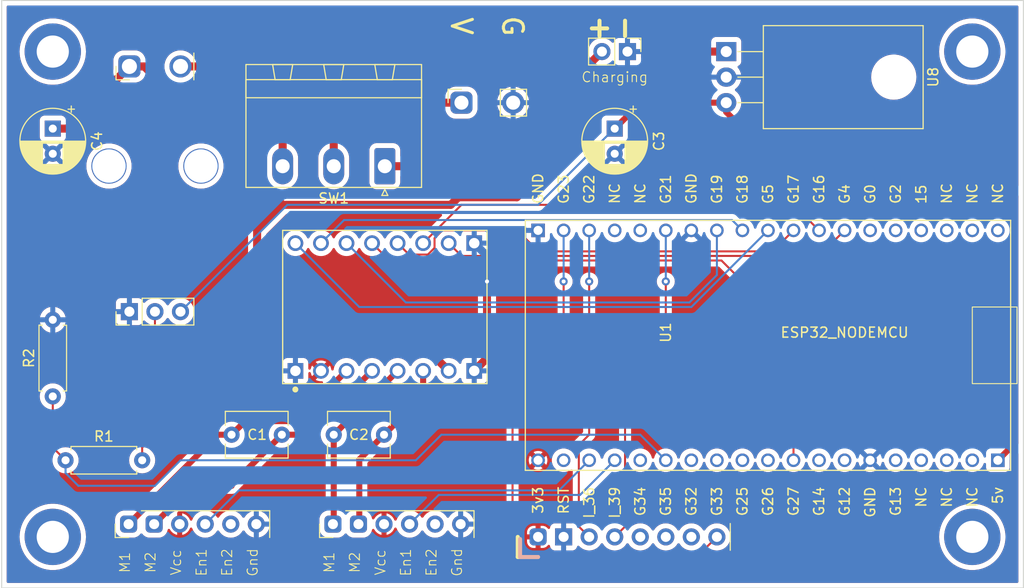
<source format=kicad_pcb>
(kicad_pcb (version 20221018) (generator pcbnew)
  (layers (0 "F.Cu" jumper) (31 "B.Cu" mixed) (36 "B.SilkS" user "B.Silkscreen") (37 "F.SilkS" user "F.Silkscreen") (38 "B.Mask" user) (39 "F.Mask" user) (44 "Edge.Cuts" user))
  (net 0 "")
  (net 1 "Net-(TB1-AO1)")
  (net 2 "Net-(TB1-AO2)")
  (net 3 "Net-(TB1-BO1)")
  (net 4 "Net-(TB1-BO2)")
  (net 5 "+3.3V")
  (net 6 "0")
  (net 7 "+BATT")
  (net 8 "Rmotor-PWM")
  (net 9 "Rmotor-2")
  (net 10 "Rmotor-1")
  (net 11 "Lmotor-1")
  (net 12 "Lmotor-2")
  (net 13 "Lmotor-PWM")
  (net 14 "MPU-INT")
  (net 16 "MPU-SCL")
  (net 17 "MPU-SDA")
  (net 18 "LED-Internal")
  (net 20 "CurrentMeas")
  (net 25 "Net-(U7-Ival)")
  (net 28 "+5V")
  (net 37 "RPM-Right")
  (net 39 "RPM-Left")
  (net 47 "MotorENABLE")
  (net 48 "Net-(SW1-A)")
  (net 49 "Net-(SW1-B)")
  (net 50 "Net-(SW1-C)")
  (footprint "Package_TO_SOT_THT:TO-220-3_Horizontal_TabDown" (layer "F.Cu") (at 173.65 73.66 -90)
    (fp_text reference "U8" (at 2.54 -20.58 90) (layer "F.SilkS"))
    (fp_text value "L7805")
    (pad "" np_thru_hole oval (at 2.54 -16.66 270) (size 3.5 3.5) (drill 3.5) (layers "*.Cu" "*.Mask"))
    (pad "1" thru_hole rect (at 0 0 270) (size 1.905 2) (drill 1.1) (layers "*.Cu" "*.Mask") (net 7 "+BATT"))
    (pad "2" thru_hole oval (at 2.54 0 270) (size 1.905 2) (drill 1.1) (layers "*.Cu" "*.Mask") (net 6 "0"))
    (pad "3" thru_hole oval (at 5.08 0 270) (size 1.905 2) (drill 1.1) (layers "*.Cu" "*.Mask") (net 28 "+5V"))
  )
  (footprint "MountingHole:MountingHole_3.2mm_M3_DIN965_Pad_TopBottom" (layer "F.Cu") (at 106.68 121.92)
    (fp_text reference "H2" hide)
    (fp_text value "MountingHole")
    (pad "1" thru_hole circle (at 0 0) (size 3.6 3.6) (drill 3.2) (layers "*.Cu" "*.Mask"))
    (pad "1" connect circle (at 0 0) (size 5.6 5.6) (layers "F.Cu" "F.Mask"))
    (pad "1" connect circle (at 0 0) (size 5.6 5.6) (layers "B.Cu" "B.Mask"))
  )
  (footprint "0_Footprints:ChargingConnector" (layer "F.Cu") (at 162.56 73.66 -90)
    (fp_text reference "ChargingConnector1" hide)
    (fp_text value "~" hide)
    (fp_text user "-" (at -3.81 0 -90 unlocked) (layer "F.SilkS") (effects (font (size 2 2) (thickness 0.4) bold) (justify left bottom)))
    (fp_text user "Charging" (at 2.54 0 unlocked) (layer "F.SilkS") (effects (font (thickness 0.1))))
    (fp_text user "+" (at -3.81 2.54 -90 unlocked) (layer "F.SilkS") (effects (font (size 2 2) (thickness 0.4) bold) (justify left bottom)))
    (pad "GND" thru_hole rect (at 0 -1.27 270) (size 1.7 1.7) (drill 1) (layers "*.Cu" "*.Mask") (net 6 "0"))
    (pad "Vbatt" thru_hole oval (at 0 1.27 270) (size 1.7 1.7) (drill 1) (layers "*.Cu" "*.Mask") (net 48 "Net-(SW1-A)"))
  )
  (footprint "Capacitor_THT:CP_Radial_D6.3mm_P2.50mm" (layer "F.Cu") (at 106.68 81.32 -90)
    (fp_text reference "C4" (at 1.25 -4.4 90) (layer "F.SilkS"))
    (fp_text value "C")
    (pad "1" thru_hole rect (at 0 0 270) (size 1.6 1.6) (drill 0.8) (layers "*.Cu" "*.Mask") (net 7 "+BATT"))
    (pad "2" thru_hole circle (at 2.5 0 270) (size 1.6 1.6) (drill 0.8) (layers "*.Cu" "*.Mask") (net 6 "0"))
  )
  (footprint "MountingHole:MountingHole_3.2mm_M3_DIN965_Pad_TopBottom" (layer "F.Cu") (at 198.12 73.66)
    (fp_text reference "H3" hide)
    (fp_text value "MountingHole")
    (pad "1" thru_hole circle (at 0 0) (size 3.6 3.6) (drill 3.2) (layers "*.Cu" "*.Mask"))
    (pad "1" connect circle (at 0 0) (size 5.6 5.6) (layers "F.Cu" "F.Mask"))
    (pad "1" connect circle (at 0 0) (size 5.6 5.6) (layers "B.Cu" "B.Mask"))
  )
  (footprint "0_Footprints:V-TecMotorHeader" (layer "F.Cu") (at 141.2075 119.38 90)
    (fp_text reference "U4" hide)
    (fp_text value "~")
    (fp_text user "Vcc" (at -5.08 -2.54 90 unlocked) (layer "F.SilkS") (effects (font (thickness 0.1)) (justify top)))
    (fp_text user "M1" (at -5.08 -7.62 90 unlocked) (layer "F.SilkS") (effects (font (thickness 0.1)) (justify top)))
    (fp_text user "Gnd" (at -5.08 5.08 90 unlocked) (layer "F.SilkS") (effects (font (thickness 0.1)) (justify top)))
    (fp_text user "M2" (at -5.08 -5.08 90 unlocked) (layer "F.SilkS") (effects (font (thickness 0.1)) (justify top)))
    (fp_text user "En1" (at -5.08 0 90 unlocked) (layer "F.SilkS") (effects (font (thickness 0.1)) (justify top)))
    (fp_text user "En2" (at -5.08 2.54 90 unlocked) (layer "F.SilkS") (effects (font (thickness 0.1)) (justify top)))
    (pad "1" thru_hole roundrect (at -1.27 -6.6675 90) (size 1.7 1.7) (drill 1) (layers "*.Cu" "*.Mask") (net 4 "Net-(TB1-BO2)"))
    (pad "2" thru_hole roundrect (at -1.27 -4.1275 90) (size 1.7 1.7) (drill 1) (layers "*.Cu" "*.Mask") (net 3 "Net-(TB1-BO1)"))
    (pad "3" thru_hole oval (at -1.27 -1.5875 90) (size 1.7 1.7) (drill 1) (layers "*.Cu" "*.Mask") (net 5 "+3.3V"))
    (pad "4" thru_hole oval (at -1.27 0.9525 90) (size 1.7 1.7) (drill 1) (layers "*.Cu" "*.Mask") (net 37 "RPM-Right"))
    (pad "5" thru_hole oval (at -1.27 3.4925 90) (size 1.7 1.7) (drill 1) (layers "*.Cu" "*.Mask"))
    (pad "6" thru_hole oval (at -1.27 6.0325 90) (size 1.7 1.7) (drill 1) (layers "*.Cu" "*.Mask") (net 6 "0"))
  )
  (footprint "0_Footprints:CurrentMeter" (layer "F.Cu") (at 116.84 99.52)
    (fp_text reference "U7" hide)
    (fp_text value "~" hide)
    (pad "" thru_hole oval (at -4.572 -14.478 90) (size 3.5 3.5) (drill 3.3) (layers "*.Cu" "*.Mask"))
    (pad "" thru_hole oval (at 4.572 -14.478 90) (size 3.5 3.5) (drill 3.3) (layers "*.Cu" "*.Mask"))
    (pad "1" thru_hole rect (at -2.54 0 90) (size 1.7 1.7) (drill 1) (layers "*.Cu" "*.Mask") (net 6 "0"))
    (pad "2" thru_hole oval (at 0 0 90) (size 1.7 1.7) (drill 1) (layers "*.Cu" "*.Mask") (net 25 "Net-(U7-Ival)"))
    (pad "3" thru_hole oval (at 2.54 0 90) (size 1.7 1.7) (drill 1) (layers "*.Cu" "*.Mask") (net 28 "+5V"))
    (pad "p1" thru_hole oval (at 2.54 -24.384 90) (size 2.2 2.2) (drill 1.5) (layers "*.Cu" "*.Mask") (net 50 "Net-(SW1-C)"))
    (pad "p2" thru_hole roundrect (at -2.54 -24.384 90) (size 2.2 2.2) (drill 1.5) (layers "*.Cu" "*.Mask") (net 7 "+BATT"))
  )
  (footprint "0_Footprints:SHIELD_POLOLU-713" (layer "F.Cu") (at 139.7 99.06 90)
    (fp_text reference "TB1" hide)
    (fp_text value "POLOLU-713")
    (pad "1" thru_hole rect (at -6.35 -8.89 90) (size 1.56 1.56) (drill 1.04) (layers "*.Cu" "*.Mask") (net 6 "0"))
    (pad "2" thru_hole circle (at -6.35 -6.35 90) (size 1.56 1.56) (drill 1.04) (layers "*.Cu" "*.Mask") (net 5 "+3.3V"))
    (pad "3" thru_hole circle (at -6.35 -3.81 90) (size 1.56 1.56) (drill 1.04) (layers "*.Cu" "*.Mask") (net 1 "Net-(TB1-AO1)"))
    (pad "4" thru_hole circle (at -6.35 -1.27 90) (size 1.56 1.56) (drill 1.04) (layers "*.Cu" "*.Mask") (net 2 "Net-(TB1-AO2)"))
    (pad "5" thru_hole circle (at -6.35 1.27 90) (size 1.56 1.56) (drill 1.04) (layers "*.Cu" "*.Mask") (net 4 "Net-(TB1-BO2)"))
    (pad "6" thru_hole circle (at -6.35 3.81 90) (size 1.56 1.56) (drill 1.04) (layers "*.Cu" "*.Mask") (net 3 "Net-(TB1-BO1)"))
    (pad "7" thru_hole circle (at -6.35 6.35 90) (size 1.56 1.56) (drill 1.04) (layers "*.Cu" "*.Mask") (net 7 "+BATT"))
    (pad "8" thru_hole rect (at -6.35 8.89 90) (size 1.56 1.56) (drill 1.04) (layers "*.Cu" "*.Mask") (net 6 "0"))
    (pad "9" thru_hole rect (at 6.35 8.89 90) (size 1.56 1.56) (drill 1.04) (layers "*.Cu" "*.Mask") (net 6 "0"))
    (pad "10" thru_hole circle (at 6.35 6.35 90) (size 1.56 1.56) (drill 1.04) (layers "*.Cu" "*.Mask") (net 8 "Rmotor-PWM"))
    (pad "11" thru_hole circle (at 6.35 3.81 90) (size 1.56 1.56) (drill 1.04) (layers "*.Cu" "*.Mask") (net 9 "Rmotor-2"))
    (pad "12" thru_hole circle (at 6.35 1.27 90) (size 1.56 1.56) (drill 1.04) (layers "*.Cu" "*.Mask") (net 10 "Rmotor-1"))
    (pad "13" thru_hole circle (at 6.35 -1.27 90) (size 1.56 1.56) (drill 1.04) (layers "*.Cu" "*.Mask") (net 47 "MotorENABLE"))
    (pad "14" thru_hole circle (at 6.35 -3.81 90) (size 1.56 1.56) (drill 1.04) (layers "*.Cu" "*.Mask") (net 11 "Lmotor-1"))
    (pad "15" thru_hole circle (at 6.35 -6.35 90) (size 1.56 1.56) (drill 1.04) (layers "*.Cu" "*.Mask") (net 12 "Lmotor-2"))
    (pad "16" thru_hole circle (at 6.35 -8.89 90) (size 1.56 1.56) (drill 1.04) (layers "*.Cu" "*.Mask") (net 13 "Lmotor-PWM"))
  )
  (footprint "Capacitor_THT:C_Disc_D6.0mm_W4.4mm_P5.00mm" (layer "F.Cu") (at 124.46 111.76)
    (fp_text reference "C1" (at 2.54 0) (layer "F.SilkS"))
    (fp_text value "1uF")
    (pad "1" thru_hole circle (at 0 0) (size 1.6 1.6) (drill 0.8) (layers "*.Cu" "*.Mask") (net 1 "Net-(TB1-AO1)"))
    (pad "2" thru_hole circle (at 5 0) (size 1.6 1.6) (drill 0.8) (layers "*.Cu" "*.Mask") (net 2 "Net-(TB1-AO2)"))
  )
  (footprint "MountingHole:MountingHole_3.2mm_M3_DIN965_Pad_TopBottom" (layer "F.Cu") (at 198.12 121.92)
    (fp_text reference "H4" hide)
    (fp_text value "MountingHole")
    (pad "1" thru_hole circle (at 0 0) (size 3.6 3.6) (drill 3.2) (layers "*.Cu" "*.Mask"))
    (pad "1" connect circle (at 0 0) (size 5.6 5.6) (layers "F.Cu" "F.Mask"))
    (pad "1" connect circle (at 0 0) (size 5.6 5.6) (layers "B.Cu" "B.Mask"))
  )
  (footprint "Connector_Phoenix_MSTB:PhoenixContact_MSTBA_2,5_3-G-5,08_1x03_P5.08mm_Horizontal" (layer "F.Cu") (at 139.7 85.0575 180)
    (fp_text reference "SW1" (at 5.08 -3.2) (layer "F.SilkS"))
    (fp_text value "Charging Switch")
    (pad "1" thru_hole roundrect (at 0 0 180) (size 2.08 3.6) (drill 1.4) (layers "*.Cu" "*.Mask") (roundrect_rratio 0.1201918269) (net 48 "Net-(SW1-A)"))
    (pad "2" thru_hole oval (at 5.08 0 180) (size 2.08 3.6) (drill 1.4) (layers "*.Cu" "*.Mask") (net 49 "Net-(SW1-B)"))
    (pad "3" thru_hole oval (at 10.16 0 180) (size 2.08 3.6) (drill 1.4) (layers "*.Cu" "*.Mask") (net 50 "Net-(SW1-C)"))
  )
  (footprint "Capacitor_THT:C_Disc_D6.0mm_W4.4mm_P5.00mm" (layer "F.Cu") (at 134.62 111.76)
    (fp_text reference "C2" (at 2.5 0) (layer "F.SilkS"))
    (fp_text value "1uF")
    (pad "1" thru_hole circle (at 0 0) (size 1.6 1.6) (drill 0.8) (layers "*.Cu" "*.Mask") (net 4 "Net-(TB1-BO2)"))
    (pad "2" thru_hole circle (at 5 0) (size 1.6 1.6) (drill 0.8) (layers "*.Cu" "*.Mask") (net 3 "Net-(TB1-BO1)"))
  )
  (footprint "0_Footprints:V-TecMotorHeader" (layer "F.Cu") (at 120.8875 119.38 90)
    (fp_text reference "U3" hide)
    (fp_text value "~")
    (fp_text user "Vcc" (at -5.08 -2.54 90 unlocked) (layer "F.SilkS") (effects (font (thickness 0.1)) (justify top)))
    (fp_text user "Gnd" (at -5.08 5.08 90 unlocked) (layer "F.SilkS") (effects (font (thickness 0.1)) (justify top)))
    (fp_text user "En1" (at -5.08 0 90 unlocked) (layer "F.SilkS") (effects (font (thickness 0.1)) (justify top)))
    (fp_text user "En2" (at -5.08 2.54 90 unlocked) (layer "F.SilkS") (effects (font (thickness 0.1)) (justify top)))
    (fp_text user "M1" (at -5.08 -7.62 90 unlocked) (layer "F.SilkS") (effects (font (thickness 0.1)) (justify top)))
    (fp_text user "M2" (at -5.08 -5.08 90 unlocked) (layer "F.SilkS") (effects (font (thickness 0.1)) (justify top)))
    (pad "1" thru_hole roundrect (at -1.27 -6.6675 90) (size 1.7 1.7) (drill 1) (layers "*.Cu" "*.Mask") (net 1 "Net-(TB1-AO1)"))
    (pad "2" thru_hole roundrect (at -1.27 -4.1275 90) (size 1.7 1.7) (drill 1) (layers "*.Cu" "*.Mask") (net 2 "Net-(TB1-AO2)"))
    (pad "3" thru_hole oval (at -1.27 -1.5875 90) (size 1.7 1.7) (drill 1) (layers "*.Cu" "*.Mask") (net 5 "+3.3V"))
    (pad "4" thru_hole oval (at -1.27 0.9525 90) (size 1.7 1.7) (drill 1) (layers "*.Cu" "*.Mask") (net 39 "RPM-Left"))
    (pad "5" thru_hole oval (at -1.27 3.4925 90) (size 1.7 1.7) (drill 1) (layers "*.Cu" "*.Mask"))
    (pad "6" thru_hole oval (at -1.27 6.0325 90) (size 1.7 1.7) (drill 1) (layers "*.Cu" "*.Mask") (net 6 "0"))
  )
  (footprint "0_Footprints:MPU-6050-External" (layer "F.Cu") (at 172.72 121.92 -90)
    (fp_text reference "U6" hide)
    (fp_text value "~" hide)
    (pad "ADO" thru_hole oval (at 0 2.54 90) (size 1.7 1.7) (drill 1) (layers "*.Cu" "*.Mask"))
    (pad "GND" thru_hole rect (at 0 15.24 90) (size 1.7 1.7) (drill 1) (layers "*.Cu" "*.Mask") (net 6 "0"))
    (pad "INT" thru_hole oval (at 0 0 90) (size 1.7 1.7) (drill 1) (layers "*.Cu" "*.Mask") (net 14 "MPU-INT"))
    (pad "SCL" thru_hole oval (at 0 12.7 90) (size 1.7 1.7) (drill 1) (layers "*.Cu" "*.Mask") (net 16 "MPU-SCL"))
    (pad "SDA" thru_hole oval (at 0 10.16 90) (size 1.7 1.7) (drill 1) (layers "*.Cu" "*.Mask") (net 17 "MPU-SDA"))
    (pad "VCC" thru_hole roundrect (at 0 17.78 90) (size 1.7 1.7) (drill 1) (layers "*.Cu" "*.Mask") (net 5 "+3.3V"))
    (pad "XCL" thru_hole oval (at 0 5.08 90) (size 1.7 1.7) (drill 1) (layers "*.Cu" "*.Mask"))
    (pad "XDA" thru_hole oval (at 0 7.62 90) (size 1.7 1.7) (drill 1) (layers "*.Cu" "*.Mask"))
  )
  (footprint "MountingHole:MountingHole_3.2mm_M3_DIN965_Pad_TopBottom" (layer "F.Cu") (at 106.68 73.66)
    (fp_text reference "H1" hide)
    (fp_text value "MountingHole")
    (pad "1" thru_hole circle (at 0 0) (size 3.6 3.6) (drill 3.2) (layers "*.Cu" "*.Mask"))
    (pad "1" connect circle (at 0 0) (size 5.6 5.6) (layers "F.Cu" "F.Mask"))
    (pad "1" connect circle (at 0 0) (size 5.6 5.6) (layers "B.Cu" "B.Mask"))
  )
  (footprint "0_Footprints:MODULE_ESP32_NODEMCU" (layer "F.Cu") (at 177.8 102.87 90)
    (fp_text reference "U1" (at 1.27 -10.16 90) (layer "F.SilkS"))
    (fp_text value "ESP32_NODEMCU" (at 1.27 7.62) (layer "F.SilkS"))
    (fp_text user " NC" (at -13.97 17.78 90 unlocked) (layer "F.SilkS") (effects (justify right)))
    (fp_text user "GND" (at 13.97 -22.86 90 unlocked) (layer "F.SilkS") (effects (justify left)))
    (fp_text user " NC" (at -13.97 15.24 90 unlocked) (layer "F.SilkS") (effects (justify right)))
    (fp_text user "NC" (at 13.97 -15.24 90 unlocked) (layer "F.SilkS") (effects (justify left)))
    (fp_text user " G27" (at -13.97 2.54 90 unlocked) (layer "F.SilkS") (effects (justify right)))
    (fp_text user "NC" (at 13.97 20.32 90 unlocked) (layer "F.SilkS") (effects (justify left)))
    (fp_text user " I_39" (at -13.97 -15.24 90 unlocked) (layer "F.SilkS") (effects (justify right)))
    (fp_text user "G16" (at 13.97 5.08 90 unlocked) (layer "F.SilkS") (effects (justify left)))
    (fp_text user "G17" (at 13.97 2.54 90 unlocked) (layer "F.SilkS") (effects (justify left)))
    (fp_text user "G5" (at 13.97 0 90 unlocked) (layer "F.SilkS") (effects (justify left)))
    (fp_text user "G12" (at -13.97 7.62 90 unlocked) (layer "F.SilkS") (effects (justify right)))
    (fp_text user "15" (at 13.97 15.24 90 unlocked) (layer "F.SilkS") (effects (justify left)))
    (fp_text user "NC" (at 13.97 17.78 90 unlocked) (layer "F.SilkS") (effects (justify left)))
    (fp_text user " G25" (at -13.97 -2.54 90 unlocked) (layer "F.SilkS") (effects (justify right)))
    (fp_text user " GND" (at -13.97 10.16 90 unlocked) (layer "F.SilkS") (effects (justify right)))
    (fp_text user "G23" (at 13.97 -20.32 90 unlocked) (layer "F.SilkS") (effects (justify left)))
    (fp_text user "G19" (at 13.97 -5.08 90 unlocked) (layer "F.SilkS") (effects (justify left)))
    (fp_text user "G4" (at 13.97 7.62 90 unlocked) (layer "F.SilkS") (effects (justify left)))
    (fp_text user " G32" (at -13.97 -7.62 90 unlocked) (layer "F.SilkS") (effects (justify right)))
    (fp_text user "RST" (at -13.97 -20.32 90 unlocked) (layer "F.SilkS") (effects (justify right)))
    (fp_text user "GND" (at 13.97 -7.62 90 unlocked) (layer "F.SilkS") (effects (justify left)))
    (fp_text user "NC" (at 13.97 22.86 90 unlocked) (layer "F.SilkS") (effects (justify left)))
    (fp_text user " G26" (at -13.97 0 90 unlocked) (layer "F.SilkS") (effects (justify right)))
    (fp_text user "NC" (at 13.97 -12.7 90 unlocked) (layer "F.SilkS") (effects (justify left)))
    (fp_text user " 5v" (at -13.97 22.86 90 unlocked) (layer "F.SilkS") (effects (justify right)))
    (fp_text user " G33" (at -13.97 -5.08 90 unlocked) (layer "F.SilkS") (effects (justify right)))
    (fp_text user "G0" (at 13.97 10.16 90 unlocked) (layer "F.SilkS") (effects (justify left)))
    (fp_text user " NC" (at -13.97 20.32 90 unlocked) (layer "F.SilkS") (effects (justify right)))
    (fp_text user "3v3" (at -13.97 -22.86 90 unlocked) (layer "F.SilkS") (effects (justify right)))
    (fp_text user "G18" (at 13.97 -2.54 90 unlocked) (layer "F.SilkS") (effects (justify left)))
    (fp_text user " I_36" (at -13.97 -17.78 90 unlocked) (layer "F.SilkS") (effects (justify right)))
    (fp_text user "G22" (at 13.97 -17.78 90 unlocked) (layer "F.SilkS") (effects (justify left)))
    (fp_text user "G2" (at 13.97 12.7 90 unlocked) (layer "F.SilkS") (effects (justify left)))
    (fp_text user " G14" (at -13.97 5.08 90 unlocked) (layer "F.SilkS") (effects (justify right)))
    (fp_text user "G34" (at -13.97 -12.7 90 unlocked) (layer "F.SilkS") (effects (justify right)))
    (fp_text user "G13" (at -13.97 12.7 90 unlocked) (layer "F.SilkS") (effects (justify right)))
    (fp_text user "G21" (at 13.97 -10.16 90 unlocked) (layer "F.SilkS") (effects (justify left)))
    (fp_text user "G35" (at -13.97 -10.16 90 unlocked) (layer "F.SilkS") (effects (justify right)))
    (pad "J4_1" thru_hole rect (at 11.43 -22.86 90) (size 1.35 1.35) (drill 0.9) (layers "*.Cu" "*.Mask") (net 6 "0"))
    (pad "J4_2" thru_hole circle (at 11.43 -20.32 90) (size 1.35 1.35) (drill 0.9) (layers "*.Cu" "*.Mask") (net 14 "MPU-INT"))
    (pad "J4_3" thru_hole circle (at 11.43 -17.78 90) (size 1.35 1.35) (drill 0.9) (layers "*.Cu" "*.Mask") (net 16 "MPU-SCL"))
    (pad "J4_4" thru_hole circle (at 11.43 -15.24 90) (size 1.35 1.35) (drill 0.9) (layers "*.Cu" "*.Mask"))
    (pad "J4_5" thru_hole circle (at 11.43 -12.7 90) (size 1.35 1.35) (drill 0.9) (layers "*.Cu" "*.Mask"))
    (pad "J4_6" thru_hole circle (at 11.43 -10.16 90) (size 1.35 1.35) (drill 0.9) (layers "*.Cu" "*.Mask") (net 17 "MPU-SDA"))
    (pad "J4_7" thru_hole circle (at 11.43 -7.62 90) (size 1.35 1.35) (drill 0.9) (layers "*.Cu" "*.Mask") (net 6 "0"))
    (pad "J4_8" thru_hole circle (at 11.43 -5.08 90) (size 1.35 1.35) (drill 0.9) (layers "*.Cu" "*.Mask") (net 11 "Lmotor-1"))
    (pad "J4_9" thru_hole circle (at 11.43 -2.54 90) (size 1.35 1.35) (drill 0.9) (layers "*.Cu" "*.Mask") (net 12 "Lmotor-2"))
    (pad "J4_10" thru_hole circle (at 11.43 0 90) (size 1.35 1.35) (drill 0.9) (layers "*.Cu" "*.Mask") (net 13 "Lmotor-PWM"))
    (pad "J4_11" thru_hole circle (at 11.43 2.54 90) (size 1.35 1.35) (drill 0.9) (layers "*.Cu" "*.Mask") (net 10 "Rmotor-1"))
    (pad "J4_12" thru_hole circle (at 11.43 5.08 90) (size 1.35 1.35) (drill 0.9) (layers "*.Cu" "*.Mask") (net 9 "Rmotor-2"))
    (pad "J4_13" thru_hole circle (at 11.43 7.62 90) (size 1.35 1.35) (drill 0.9) (layers "*.Cu" "*.Mask") (net 8 "Rmotor-PWM"))
    (pad "J4_14" thru_hole circle (at 11.43 10.16 90) (size 1.35 1.35) (drill 0.9) (layers "*.Cu" "*.Mask"))
    (pad "J4_15" thru_hole circle (at 11.43 12.7 90) (size 1.35 1.35) (drill 0.9) (layers "*.Cu" "*.Mask") (net 18 "LED-Internal"))
    (pad "J4_16" thru_hole circle (at 11.43 15.24 90) (size 1.35 1.35) (drill 0.9) (layers "*.Cu" "*.Mask"))
    (pad "J4_17" thru_hole circle (at 11.43 17.78 90) (size 1.35 1.35) (drill 0.9) (layers "*.Cu" "*.Mask"))
    (pad "J4_18" thru_hole circle (at 11.43 20.32 90) (size 1.35 1.35) (drill 0.9) (layers "*.Cu" "*.Mask"))
    (pad "J4_19" thru_hole circle (at 11.43 22.86 90) (size 1.35 1.35) (drill 0.9) (layers "*.Cu" "*.Mask"))
    (pad "J5_1" thru_hole rect (at -11.43 22.86 90) (size 1.35 1.35) (drill 0.9) (layers "*.Cu" "*.Mask") (net 28 "+5V"))
    (pad "J5_2" thru_hole circle (at -11.43 20.32 90) (size 1.35 1.35) (drill 0.9) (layers "*.Cu" "*.Mask"))
    (pad "J5_3" thru_hole circle (at -11.43 17.78 90) (size 1.35 1.35) (drill 0.9) (layers "*.Cu" "*.Mask"))
    (pad "J5_4" thru_hole circle (at -11.43 15.24 90) (size 1.35 1.35) (drill 0.9) (layers "*.Cu" "*.Mask"))
    (pad "J5_5" thru_hole circle (at -11.43 12.7 90) (size 1.35 1.35) (drill 0.9) (layers "*.Cu" "*.Mask"))
    (pad "J5_6" thru_hole circle (at -11.43 10.16 90) (size 1.35 1.35) (drill 0.9) (layers "*.Cu" "*.Mask") (net 6 "0"))
    (pad "J5_7" thru_hole circle (at -11.43 7.62 90) (size 1.35 1.35) (drill 0.9) (layers "*.Cu" "*.Mask"))
    (pad "J5_8" thru_hole circle (at -11.43 5.08 90) (size 1.35 1.35) (drill 0.9) (layers "*.Cu" "*.Mask"))
    (pad "J5_9" thru_hole circle (at -11.43 2.54 90) (size 1.35 1.35) (drill 0.9) (layers "*.Cu" "*.Mask") (net 47 "MotorENABLE"))
    (pad "J5_10" thru_hole circle (at -11.43 0 90) (size 1.35 1.35) (drill 0.9) (layers "*.Cu" "*.Mask"))
    (pad "J5_11" thru_hole circle (at -11.43 -2.54 90) (size 1.35 1.35) (drill 0.9) (layers "*.Cu" "*.Mask"))
    (pad "J5_12" thru_hole circle (at -11.43 -5.08 90) (size 1.35 1.35) (drill 0.9) (layers "*.Cu" "*.Mask"))
    (pad "J5_13" thru_hole circle (at -11.43 -7.62 90) (size 1.35 1.35) (drill 0.9) (layers "*.Cu" "*.Mask"))
    (pad "J5_14" thru_hole circle (at -11.43 -10.16 90) (size 1.35 1.35) (drill 0.9) (layers "*.Cu" "*.Mask") (net 20 "CurrentMeas"))
    (pad "J5_15" thru_hole circle (at -11.43 -12.7 90) (size 1.35 1.35) (drill 0.9) (layers "*.Cu" "*.Mask"))
    (pad "J5_16" thru_hole circle (at -11.43 -15.24 90) (size 1.35 1.35) (drill 0.9) (layers "*.Cu" "*.Mask") (net 37 "RPM-Right"))
    (pad "J5_17" thru_hole circle (at -11.43 -17.78 90) (size 1.35 1.35) (drill 0.9) (layers "*.Cu" "*.Mask") (net 39 "RPM-Left"))
    (pad "J5_18" thru_hole circle (at -11.43 -20.32 90) (size 1.35 1.35) (drill 0.9) (layers "*.Cu" "*.Mask"))
    (pad "J5_19" thru_hole circle (at -11.43 -22.86 90) (size 1.35 1.35) (drill 0.9) (layers "*.Cu" "*.Mask") (net 5 "+3.3V"))
  )
  (footprint "Resistor_THT:R_Axial_DIN0207_L6.3mm_D2.5mm_P7.62mm_Horizontal" (layer "F.Cu") (at 107.95 114.3)
    (fp_text reference "R1" (at 3.81 -2.37) (layer "F.SilkS"))
    (fp_text value "10k")
    (pad "1" thru_hole circle (at 0 0) (size 1.6 1.6) (drill 0.8) (layers "*.Cu" "*.Mask") (net 20 "CurrentMeas"))
    (pad "2" thru_hole oval (at 7.62 0) (size 1.6 1.6) (drill 0.8) (layers "*.Cu" "*.Mask") (net 25 "Net-(U7-Ival)"))
  )
  (footprint "Capacitor_THT:CP_Radial_D6.3mm_P2.50mm" (layer "F.Cu") (at 162.56 81.32 -90)
    (fp_text reference "C3" (at 1.25 -4.4 -270) (layer "F.SilkS"))
    (fp_text value "C")
    (pad "1" thru_hole rect (at 0 0 270) (size 1.6 1.6) (drill 0.8) (layers "*.Cu" "*.Mask") (net 28 "+5V"))
    (pad "2" thru_hole circle (at 2.5 0 270) (size 1.6 1.6) (drill 0.8) (layers "*.Cu" "*.Mask") (net 6 "0"))
  )
  (footprint "0_Footprints:BatteryConnector" (layer "F.Cu") (at 147.32 78.74 -90)
    (fp_text reference "U5" hide)
    (fp_text value "~")
    (fp_text user "G" (at -7.62 -5.08 -90 unlocked) (layer "F.SilkS") (effects (font (size 2 2) (thickness 0.3))))
    (fp_text user "V" (at -7.62 0 -90 unlocked) (layer "F.SilkS") (effects (font (size 2 2) (thickness 0.3))))
    (pad "GND" thru_hole oval (at 0 -5.14 270) (size 2.2 2.2) (drill 1.4) (layers "*.Cu" "*.Mask") (net 6 "0"))
    (pad "Vbatt" thru_hole roundrect (at 0 0 270) (size 2.2 2.2) (drill 1.4) (layers "*.Cu" "*.Mask") (net 49 "Net-(SW1-B)"))
  )
  (footprint "Resistor_THT:R_Axial_DIN0207_L6.3mm_D2.5mm_P7.62mm_Horizontal" (layer "F.Cu") (at 106.68 107.95 90)
    (fp_text reference "R2" (at 3.81 -2.37 90) (layer "F.SilkS"))
    (fp_text value "20k")
    (pad "1" thru_hole circle (at 0 0 90) (size 1.6 1.6) (drill 0.8) (layers "*.Cu" "*.Mask") (net 20 "CurrentMeas"))
    (pad "2" thru_hole oval (at 7.62 0 90) (size 1.6 1.6) (drill 0.8) (layers "*.Cu" "*.Mask") (net 6 "0"))
  )
  (gr_rect (start 101.6 68.58) (end 203.2 127) (stroke (width 0.1)) (fill none) (layer "Edge.Cuts"))
  (segment (start 125.814 110.406) (end 124.46 111.76) (width 0.6) (layer "F.Cu") (net 1))
  (segment (start 114.22 120.65) (end 123.11 111.76) (width 0.6) (layer "F.Cu") (net 1))
  (segment (start 135.89 105.41) (end 130.894 110.406) (width 0.6) (layer "F.Cu") (net 1))
  (segment (start 123.11 111.76) (end 124.46 111.76) (width 0.6) (layer "F.Cu") (net 1))
  (segment (start 130.894 110.406) (end 125.814 110.406) (width 0.6) (layer "F.Cu") (net 1))
  (segment (start 138.43 105.41) (end 132.08 111.76) (width 0.6) (layer "F.Cu") (net 2))
  (segment (start 124.46 116.84) (end 120.57 116.84) (width 0.6) (layer "F.Cu") (net 2))
  (segment (start 132.08 111.76) (end 129.46 111.76) (width 0.6) (layer "F.Cu") (net 2))
  (segment (start 124.46 116.76) (end 124.46 116.84) (width 0.6) (layer "F.Cu") (net 2))
  (segment (start 129.46 111.76) (end 124.46 116.76) (width 0.6) (layer "F.Cu") (net 2))
  (segment (start 120.57 116.84) (end 116.76 120.65) (width 0.6) (layer "F.Cu") (net 2))
  (segment (start 143.51 107.87) (end 139.62 111.76) (width 0.6) (layer "F.Cu") (net 3))
  (segment (start 137.16 120.57) (end 137.08 120.65) (width 0.6) (layer "F.Cu") (net 3))
  (segment (start 137.16 114.22) (end 137.16 120.57) (width 0.6) (layer "F.Cu") (net 3))
  (segment (start 143.51 105.41) (end 143.51 107.87) (width 0.6) (layer "F.Cu") (net 3))
  (segment (start 139.62 111.76) (end 137.16 114.22) (width 0.6) (layer "F.Cu") (net 3))
  (segment (start 140.97 105.41) (end 134.62 111.76) (width 0.6) (layer "F.Cu") (net 4))
  (segment (start 134.62 111.76) (end 134.62 120.57) (width 0.6) (layer "F.Cu") (net 4))
  (segment (start 134.62 120.57) (end 134.54 120.65) (width 0.6) (layer "F.Cu") (net 4))
  (segment (start 149.86 104.14) (end 149.86 96.52) (width 0.8) (layer "F.Cu") (net 6))
  (segment (start 148.59 105.41) (end 149.86 104.14) (width 0.8) (layer "F.Cu") (net 6))
  (via (at 149.86 96.52) (size 0.8) (drill 0.4) (layers "F.Cu" "B.Cu") (net 6))
  (segment (start 149.86 96.52) (end 149.86 93.98) (width 0.8) (layer "B.Cu") (net 6))
  (segment (start 149.86 93.98) (end 148.59 92.71) (width 0.8) (layer "B.Cu") (net 6))
  (segment (start 167.312 73.66) (end 152.826 88.146) (width 0.8) (layer "F.Cu") (net 7))
  (segment (start 146.253682 88.9) (end 129.54 88.9) (width 0.8) (layer "F.Cu") (net 7))
  (segment (start 173.65 73.66) (end 167.312 73.66) (width 0.8) (layer "F.Cu") (net 7))
  (segment (start 132.08 101.6) (end 127 96.52) (width 0.8) (layer "F.Cu") (net 7))
  (segment (start 108.116 81.32) (end 106.68 81.32) (width 0.8) (layer "F.Cu") (net 7))
  (segment (start 147.007682 88.146) (end 146.253682 88.9) (width 0.8) (layer "F.Cu") (net 7))
  (segment (start 127 86.36) (end 115.776 75.136) (width 0.8) (layer "F.Cu") (net 7))
  (segment (start 114.3 75.136) (end 108.116 81.32) (width 0.8) (layer "F.Cu") (net 7))
  (segment (start 129.54 88.9) (end 127 91.44) (width 0.8) (layer "F.Cu") (net 7))
  (segment (start 127 96.52) (end 127 91.44) (width 0.8) (layer "F.Cu") (net 7))
  (segment (start 142.24 101.6) (end 132.08 101.6) (width 0.8) (layer "F.Cu") (net 7))
  (segment (start 146.05 105.41) (end 142.24 101.6) (width 0.8) (layer "F.Cu") (net 7))
  (segment (start 152.826 88.146) (end 147.007682 88.146) (width 0.8) (layer "F.Cu") (net 7))
  (segment (start 115.776 75.136) (end 114.3 75.136) (width 0.8) (layer "F.Cu") (net 7))
  (segment (start 129.54 88.9) (end 127 86.36) (width 0.8) (layer "F.Cu") (net 7))
  (segment (start 147.32 93.98) (end 182.88 93.98) (width 0.2) (layer "F.Cu") (net 8))
  (segment (start 146.05 92.71) (end 147.32 93.98) (width 0.2) (layer "F.Cu") (net 8))
  (segment (start 182.88 93.98) (end 185.42 91.44) (width 0.2) (layer "F.Cu") (net 8))
  (segment (start 147.32 88.9) (end 180.34 88.9) (width 0.2) (layer "F.Cu") (net 9))
  (segment (start 143.51 92.71) (end 147.32 88.9) (width 0.2) (layer "F.Cu") (net 9))
  (segment (start 180.34 88.9) (end 182.88 91.44) (width 0.2) (layer "F.Cu") (net 9))
  (segment (start 142.104 93.844) (end 143.979719 93.844) (width 0.2) (layer "F.Cu") (net 10))
  (segment (start 144.644 93.179719) (end 144.644 92.218052) (width 0.2) (layer "F.Cu") (net 10))
  (segment (start 154.968 93.526) (end 178.254 93.526) (width 0.2) (layer "F.Cu") (net 10))
  (segment (start 152.882 91.44) (end 154.968 93.526) (width 0.2) (layer "F.Cu") (net 10))
  (segment (start 144.644 92.218052) (end 145.422052 91.44) (width 0.2) (layer "F.Cu") (net 10))
  (segment (start 143.979719 93.844) (end 144.644 93.179719) (width 0.2) (layer "F.Cu") (net 10))
  (segment (start 178.254 93.526) (end 180.34 91.44) (width 0.2) (layer "F.Cu") (net 10))
  (segment (start 145.422052 91.44) (end 152.882 91.44) (width 0.2) (layer "F.Cu") (net 10))
  (segment (start 140.97 92.71) (end 142.104 93.844) (width 0.2) (layer "F.Cu") (net 10))
  (segment (start 141.786 98.606) (end 169.991948 98.606) (width 0.2) (layer "B.Cu") (net 11))
  (segment (start 135.89 92.71) (end 141.786 98.606) (width 0.2) (layer "B.Cu") (net 11))
  (segment (start 169.991948 98.606) (end 172.72 95.877948) (width 0.2) (layer "B.Cu") (net 11))
  (segment (start 172.72 95.877948) (end 172.72 91.44) (width 0.2) (layer "B.Cu") (net 11))
  (segment (start 133.35 92.71) (end 135.649 90.411) (width 0.2) (layer "B.Cu") (net 12))
  (segment (start 174.231 90.411) (end 175.26 91.44) (width 0.2) (layer "B.Cu") (net 12))
  (segment (start 135.649 90.411) (end 174.231 90.411) (width 0.2) (layer "B.Cu") (net 12))
  (segment (start 170.18 99.06) (end 177.8 91.44) (width 0.2) (layer "B.Cu") (net 13))
  (segment (start 130.81 92.71) (end 137.16 99.06) (width 0.2) (layer "B.Cu") (net 13))
  (segment (start 137.16 99.06) (end 170.18 99.06) (width 0.2) (layer "B.Cu") (net 13))
  (segment (start 157.48 96.52) (end 157.48 101.6) (width 0.2) (layer "F.Cu") (net 14))
  (segment (start 152.4 124.46) (end 170.18 124.46) (width 0.2) (layer "F.Cu") (net 14))
  (segment (start 157.48 101.6) (end 152.4 106.68) (width 0.2) (layer "F.Cu") (net 14))
  (segment (start 170.18 124.46) (end 172.72 121.92) (width 0.2) (layer "F.Cu") (net 14))
  (segment (start 152.4 106.68) (end 152.4 124.46) (width 0.2) (layer "F.Cu") (net 14))
  (via (at 157.48 96.52) (size 0.8) (drill 0.4) (layers "F.Cu" "B.Cu") (net 14))
  (segment (start 157.48 91.44) (end 157.48 96.52) (width 0.2) (layer "B.Cu") (net 14))
  (segment (start 158.991 120.891) (end 158.991 112.789) (width 0.2) (layer "F.Cu") (net 16))
  (segment (start 158.991 112.789) (end 160.02 111.76) (width 0.2) (layer "F.Cu") (net 16))
  (segment (start 160.02 121.92) (end 158.991 120.891) (width 0.2) (layer "F.Cu") (net 16))
  (segment (start 160.02 111.76) (end 160.02 96.52) (width 0.2) (layer "F.Cu") (net 16))
  (via (at 160.02 96.52) (size 0.8) (drill 0.4) (layers "F.Cu" "B.Cu") (net 16))
  (segment (start 160.02 96.52) (end 160.02 91.44) (width 0.2) (layer "B.Cu") (net 16))
  (segment (start 167.64 106.68) (end 167.64 96.52) (width 0.2) (layer "F.Cu") (net 17))
  (segment (start 163.589 110.731) (end 167.64 106.68) (width 0.2) (layer "F.Cu") (net 17))
  (segment (start 163.589 120.891) (end 163.589 110.731) (width 0.2) (layer "F.Cu") (net 17))
  (segment (start 162.56 121.92) (end 163.589 120.891) (width 0.2) (layer "F.Cu") (net 17))
  (via (at 167.64 96.52) (size 0.8) (drill 0.4) (layers "F.Cu" "B.Cu") (net 17))
  (segment (start 167.64 96.52) (end 167.64 91.44) (width 0.2) (layer "B.Cu") (net 17))
  (segment (start 106.68 107.95) (end 106.68 113.03) (width 0.2) (layer "F.Cu") (net 20))
  (segment (start 106.68 113.03) (end 107.95 114.3) (width 0.2) (layer "F.Cu") (net 20))
  (segment (start 165.1 111.76) (end 167.64 114.3) (width 0.2) (layer "B.Cu") (net 20))
  (segment (start 119.38 114.3) (end 142.782387 114.3) (width 0.2) (layer "B.Cu") (net 20))
  (segment (start 145.322387 111.76) (end 165.1 111.76) (width 0.2) (layer "B.Cu") (net 20))
  (segment (start 107.95 115.57) (end 109.22 116.84) (width 0.2) (layer "B.Cu") (net 20))
  (segment (start 116.84 116.84) (end 119.38 114.3) (width 0.2) (layer "B.Cu") (net 20))
  (segment (start 109.22 116.84) (end 116.84 116.84) (width 0.2) (layer "B.Cu") (net 20))
  (segment (start 107.95 114.3) (end 107.95 115.57) (width 0.2) (layer "B.Cu") (net 20))
  (segment (start 142.782387 114.3) (end 145.322387 111.76) (width 0.2) (layer "B.Cu") (net 20))
  (segment (start 115.57 114.3) (end 115.57 113.03) (width 0.2) (layer "F.Cu") (net 25))
  (segment (start 116.84 111.76) (end 116.84 99.52) (width 0.2) (layer "F.Cu") (net 25))
  (segment (start 115.57 113.03) (end 116.84 111.76) (width 0.2) (layer "F.Cu") (net 25))
  (segment (start 202.4 112.56) (end 202.4 88.1) (width 0.6) (layer "F.Cu") (net 28))
  (segment (start 173.65 79.67) (end 173.65 78.74) (width 0.6) (layer "F.Cu") (net 28))
  (segment (start 177.8 83.82) (end 173.65 79.67) (width 0.6) (layer "F.Cu") (net 28))
  (segment (start 200.66 114.3) (end 202.4 112.56) (width 0.6) (layer "F.Cu") (net 28))
  (segment (start 198.12 83.82) (end 177.8 83.82) (width 0.6) (layer "F.Cu") (net 28))
  (segment (start 202.4 88.1) (end 198.12 83.82) (width 0.6) (layer "F.Cu") (net 28))
  (segment (start 165.14 78.74) (end 162.56 81.32) (width 0.6) (layer "F.Cu") (net 28))
  (segment (start 173.65 78.74) (end 165.14 78.74) (width 0.6) (layer "F.Cu") (net 28))
  (segment (start 154.94 88.9) (end 130 88.9) (width 0.2) (layer "B.Cu") (net 28))
  (segment (start 162.52 81.32) (end 154.94 88.9) (width 0.2) (layer "B.Cu") (net 28))
  (segment (start 162.56 81.32) (end 162.52 81.32) (width 0.2) (layer "B.Cu") (net 28))
  (segment (start 130 88.9) (end 119.38 99.52) (width 0.2) (layer "B.Cu") (net 28))
  (segment (start 145.062 117.748) (end 159.112 117.748) (width 0.2) (layer "B.Cu") (net 37))
  (segment (start 142.16 120.65) (end 145.062 117.748) (width 0.2) (layer "B.Cu") (net 37))
  (segment (start 159.112 117.748) (end 162.56 114.3) (width 0.2) (layer "B.Cu") (net 37))
  (segment (start 125.196 117.294) (end 157.026 117.294) (width 0.2) (layer "B.Cu") (net 39))
  (segment (start 121.84 120.65) (end 125.196 117.294) (width 0.2) (layer "B.Cu") (net 39))
  (segment (start 157.026 117.294) (end 160.02 114.3) (width 0.2) (layer "B.Cu") (net 39))
  (segment (start 180.34 101.6) (end 180.34 114.3) (width 0.2) (layer "F.Cu") (net 47))
  (segment (start 173.174 94.434) (end 180.34 101.6) (width 0.2) (layer "F.Cu") (net 47))
  (segment (start 140.154 94.434) (end 173.174 94.434) (width 0.2) (layer "F.Cu") (net 47))
  (segment (start 138.43 92.71) (end 140.154 94.434) (width 0.2) (layer "F.Cu") (net 47))
  (segment (start 153.7025 85.0575) (end 139.7 85.0575) (width 0.8) (layer "F.Cu") (net 48))
  (segment (start 161.29 73.66) (end 160.02 74.93) (width 0.8) (layer "F.Cu") (net 48))
  (segment (start 160.02 78.74) (end 153.7025 85.0575) (width 0.8) (layer "F.Cu") (net 48))
  (segment (start 160.02 74.93) (end 160.02 78.74) (width 0.8) (layer "F.Cu") (net 48))
  (segment (start 134.62 82.5175) (end 134.62 85.0575) (width 0.8) (layer "F.Cu") (net 49))
  (segment (start 147.32 78.74) (end 138.3975 78.74) (width 0.8) (layer "F.Cu") (net 49))
  (segment (start 138.3975 78.74) (end 134.62 82.5175) (width 0.8) (layer "F.Cu") (net 49))
  (segment (start 124.04725 75.136) (end 129.54 80.62875) (width 0.8) (layer "F.Cu") (net 50))
  (segment (start 119.38 75.136) (end 124.04725 75.136) (width 0.8) (layer "F.Cu") (net 50))
  (segment (start 129.54 80.62875) (end 129.54 85.0575) (width 0.8) (layer "F.Cu") (net 50))
  (zone (net 5) (net_name "+3.3V") (layer "F.Cu") (priority 1) (connect_pads (clearance 0.5)) (min_thickness 0.25) (fill yes (thermal_gap 0.25) (thermal_bridge_width 0.5))
    (polygon (pts (xy 203.2 68.58) (xy 203.2 127) (xy 101.6 127) (xy 101.6 68.58)))
  )
  (zone (net 6) (net_name "0") (layer "B.Cu") (connect_pads (clearance 0.5)) (min_thickness 0.25) (fill yes (thermal_gap 0.5) (thermal_bridge_width 0.5))
    (polygon (pts (xy 203.2 86.36) (xy 203.2 68.58) (xy 101.6 68.58) (xy 101.6 127) (xy 203.2 127)))
  )
)
</source>
